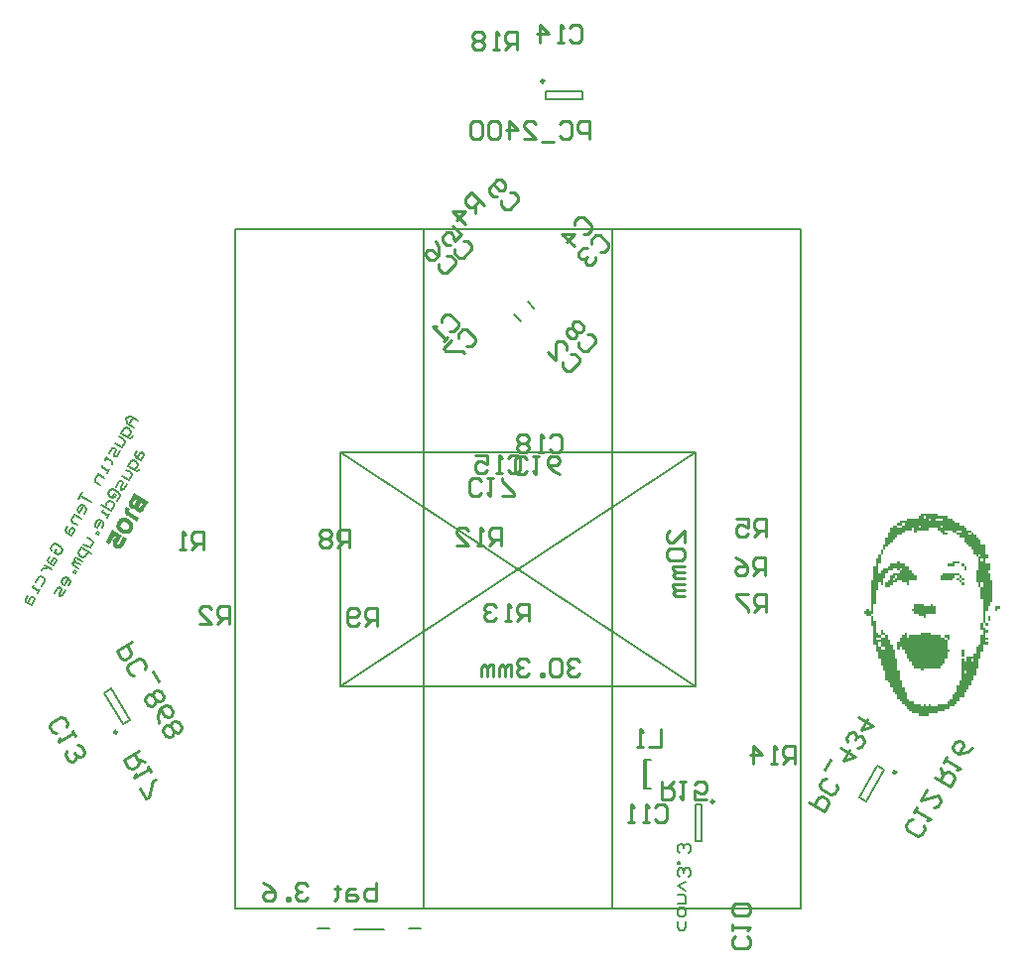
<source format=gbo>
%FSLAX44Y44*%
%MOMM*%
G71*
G01*
G75*
G04 Layer_Color=32896*
%ADD10C,0.2540*%
%ADD11R,2.0320X2.0320*%
%ADD12R,5.5000X1.5000*%
G04:AMPARAMS|DCode=13|XSize=0.24mm|YSize=1.8mm|CornerRadius=0mm|HoleSize=0mm|Usage=FLASHONLY|Rotation=315.000|XOffset=0mm|YOffset=0mm|HoleType=Round|Shape=Round|*
%AMOVALD13*
21,1,1.5600,0.2400,0.0000,0.0000,45.0*
1,1,0.2400,-0.5515,-0.5515*
1,1,0.2400,0.5515,0.5515*
%
%ADD13OVALD13*%

G04:AMPARAMS|DCode=14|XSize=0.24mm|YSize=1.8mm|CornerRadius=0mm|HoleSize=0mm|Usage=FLASHONLY|Rotation=225.000|XOffset=0mm|YOffset=0mm|HoleType=Round|Shape=Round|*
%AMOVALD14*
21,1,1.5600,0.2400,0.0000,0.0000,315.0*
1,1,0.2400,-0.5515,0.5515*
1,1,0.2400,0.5515,-0.5515*
%
%ADD14OVALD14*%

%ADD15R,0.8000X0.9000*%
%ADD16P,2.8737X4X285.0*%
%ADD17P,2.8737X4X345.0*%
%ADD18C,0.4000*%
%ADD19C,0.2000*%
%ADD20C,0.7000*%
%ADD21C,0.5000*%
%ADD22C,0.3000*%
%ADD23C,1.2000*%
G04:AMPARAMS|DCode=24|XSize=1.9mm|YSize=1.1mm|CornerRadius=0mm|HoleSize=0mm|Usage=FLASHONLY|Rotation=90.000|XOffset=0mm|YOffset=0mm|HoleType=Round|Shape=Octagon|*
%AMOCTAGOND24*
4,1,8,0.2750,0.9500,-0.2750,0.9500,-0.5500,0.6750,-0.5500,-0.6750,-0.2750,-0.9500,0.2750,-0.9500,0.5500,-0.6750,0.5500,0.6750,0.2750,0.9500,0.0*
%
%ADD24OCTAGOND24*%

%ADD25O,1.1500X1.2500*%
%ADD26C,1.3000*%
%ADD27C,1.5000*%
%ADD28C,1.7000*%
%ADD29C,4.8260*%
%ADD30C,1.5240*%
%ADD31R,1.5240X1.5240*%
%ADD32R,1.5000X1.5000*%
%ADD33C,0.8000*%
%ADD34C,1.2700*%
%ADD35C,3.8000*%
%ADD36C,3.3020*%
G04:AMPARAMS|DCode=37|XSize=0.9mm|YSize=0.8mm|CornerRadius=0mm|HoleSize=0mm|Usage=FLASHONLY|Rotation=45.000|XOffset=0mm|YOffset=0mm|HoleType=Round|Shape=Rectangle|*
%AMROTATEDRECTD37*
4,1,4,-0.0354,-0.6010,-0.6010,-0.0354,0.0354,0.6010,0.6010,0.0354,-0.0354,-0.6010,0.0*
%
%ADD37ROTATEDRECTD37*%

G04:AMPARAMS|DCode=38|XSize=0.9mm|YSize=0.8mm|CornerRadius=0mm|HoleSize=0mm|Usage=FLASHONLY|Rotation=315.000|XOffset=0mm|YOffset=0mm|HoleType=Round|Shape=Rectangle|*
%AMROTATEDRECTD38*
4,1,4,-0.6010,0.0354,-0.0354,0.6010,0.6010,-0.0354,0.0354,-0.6010,-0.6010,0.0354,0.0*
%
%ADD38ROTATEDRECTD38*%

G04:AMPARAMS|DCode=39|XSize=1.8mm|YSize=1.3mm|CornerRadius=0mm|HoleSize=0mm|Usage=FLASHONLY|Rotation=45.000|XOffset=0mm|YOffset=0mm|HoleType=Round|Shape=Rectangle|*
%AMROTATEDRECTD39*
4,1,4,-0.1768,-1.0960,-1.0960,-0.1768,0.1768,1.0960,1.0960,0.1768,-0.1768,-1.0960,0.0*
%
%ADD39ROTATEDRECTD39*%

G04:AMPARAMS|DCode=40|XSize=0.65mm|YSize=0.9mm|CornerRadius=0mm|HoleSize=0mm|Usage=FLASHONLY|Rotation=60.000|XOffset=0mm|YOffset=0mm|HoleType=Round|Shape=Rectangle|*
%AMROTATEDRECTD40*
4,1,4,0.2272,-0.5065,-0.5522,-0.0565,-0.2272,0.5065,0.5522,0.0565,0.2272,-0.5065,0.0*
%
%ADD40ROTATEDRECTD40*%

%ADD41R,1.6000X2.7000*%
%ADD42R,0.9000X0.8000*%
%ADD43R,1.1000X0.6500*%
G04:AMPARAMS|DCode=44|XSize=0.9mm|YSize=0.8mm|CornerRadius=0mm|HoleSize=0mm|Usage=FLASHONLY|Rotation=210.000|XOffset=0mm|YOffset=0mm|HoleType=Round|Shape=Rectangle|*
%AMROTATEDRECTD44*
4,1,4,0.1897,0.5714,0.5897,-0.1214,-0.1897,-0.5714,-0.5897,0.1214,0.1897,0.5714,0.0*
%
%ADD44ROTATEDRECTD44*%

G04:AMPARAMS|DCode=45|XSize=0.9mm|YSize=0.8mm|CornerRadius=0mm|HoleSize=0mm|Usage=FLASHONLY|Rotation=330.000|XOffset=0mm|YOffset=0mm|HoleType=Round|Shape=Rectangle|*
%AMROTATEDRECTD45*
4,1,4,-0.5897,-0.1214,-0.1897,0.5714,0.5897,0.1214,0.1897,-0.5714,-0.5897,-0.1214,0.0*
%
%ADD45ROTATEDRECTD45*%

%ADD46R,0.6500X0.9000*%
G04:AMPARAMS|DCode=47|XSize=0.65mm|YSize=0.9mm|CornerRadius=0mm|HoleSize=0mm|Usage=FLASHONLY|Rotation=300.000|XOffset=0mm|YOffset=0mm|HoleType=Round|Shape=Rectangle|*
%AMROTATEDRECTD47*
4,1,4,-0.5522,0.0565,0.2272,0.5065,0.5522,-0.0565,-0.2272,-0.5065,-0.5522,0.0565,0.0*
%
%ADD47ROTATEDRECTD47*%

%ADD48R,0.4000X1.5500*%
%ADD49R,2.9000X1.9000*%
G04:AMPARAMS|DCode=50|XSize=0.9mm|YSize=0.8mm|CornerRadius=0mm|HoleSize=0mm|Usage=FLASHONLY|Rotation=120.000|XOffset=0mm|YOffset=0mm|HoleType=Round|Shape=Rectangle|*
%AMROTATEDRECTD50*
4,1,4,0.5714,-0.1897,-0.1214,-0.5897,-0.5714,0.1897,0.1214,0.5897,0.5714,-0.1897,0.0*
%
%ADD50ROTATEDRECTD50*%

G04:AMPARAMS|DCode=51|XSize=0.9mm|YSize=0.8mm|CornerRadius=0mm|HoleSize=0mm|Usage=FLASHONLY|Rotation=240.000|XOffset=0mm|YOffset=0mm|HoleType=Round|Shape=Rectangle|*
%AMROTATEDRECTD51*
4,1,4,-0.1214,0.5897,0.5714,0.1897,0.1214,-0.5897,-0.5714,-0.1897,-0.1214,0.5897,0.0*
%
%ADD51ROTATEDRECTD51*%

%ADD52C,0.9000*%
%ADD53R,0.1200X0.2200*%
%ADD54C,0.2500*%
%ADD55C,0.6000*%
%ADD56C,0.2032*%
%ADD57C,0.1500*%
%ADD58C,0.1200*%
%ADD59C,0.1000*%
%ADD60C,0.1300*%
%ADD61C,0.1100*%
%ADD62R,2.1336X2.1336*%
%ADD63R,5.7032X1.7032*%
G04:AMPARAMS|DCode=64|XSize=0.4432mm|YSize=2.0032mm|CornerRadius=0mm|HoleSize=0mm|Usage=FLASHONLY|Rotation=315.000|XOffset=0mm|YOffset=0mm|HoleType=Round|Shape=Round|*
%AMOVALD64*
21,1,1.5600,0.4432,0.0000,0.0000,45.0*
1,1,0.4432,-0.5515,-0.5515*
1,1,0.4432,0.5515,0.5515*
%
%ADD64OVALD64*%

G04:AMPARAMS|DCode=65|XSize=0.4432mm|YSize=2.0032mm|CornerRadius=0mm|HoleSize=0mm|Usage=FLASHONLY|Rotation=225.000|XOffset=0mm|YOffset=0mm|HoleType=Round|Shape=Round|*
%AMOVALD65*
21,1,1.5600,0.4432,0.0000,0.0000,315.0*
1,1,0.4432,-0.5515,0.5515*
1,1,0.4432,0.5515,-0.5515*
%
%ADD65OVALD65*%

%ADD66R,1.0032X1.1032*%
%ADD67P,3.0174X4X285.0*%
%ADD68P,3.0174X4X345.0*%
%ADD69C,1.4032*%
G04:AMPARAMS|DCode=70|XSize=2.1032mm|YSize=1.3032mm|CornerRadius=0mm|HoleSize=0mm|Usage=FLASHONLY|Rotation=90.000|XOffset=0mm|YOffset=0mm|HoleType=Round|Shape=Octagon|*
%AMOCTAGOND70*
4,1,8,0.3258,1.0516,-0.3258,1.0516,-0.6516,0.7258,-0.6516,-0.7258,-0.3258,-1.0516,0.3258,-1.0516,0.6516,-0.7258,0.6516,0.7258,0.3258,1.0516,0.0*
%
%ADD70OCTAGOND70*%

%ADD71O,1.3532X1.4532*%
%ADD72C,1.5032*%
%ADD73C,1.7032*%
%ADD74C,1.9032*%
%ADD75C,5.0292*%
%ADD76C,1.7272*%
%ADD77R,1.7272X1.7272*%
%ADD78R,1.7032X1.7032*%
%ADD79C,1.0032*%
%ADD80C,1.4732*%
%ADD81C,4.0032*%
%ADD82C,3.5052*%
G04:AMPARAMS|DCode=83|XSize=1.1032mm|YSize=1.0032mm|CornerRadius=0mm|HoleSize=0mm|Usage=FLASHONLY|Rotation=45.000|XOffset=0mm|YOffset=0mm|HoleType=Round|Shape=Rectangle|*
%AMROTATEDRECTD83*
4,1,4,-0.0354,-0.7447,-0.7447,-0.0354,0.0354,0.7447,0.7447,0.0354,-0.0354,-0.7447,0.0*
%
%ADD83ROTATEDRECTD83*%

G04:AMPARAMS|DCode=84|XSize=1.1032mm|YSize=1.0032mm|CornerRadius=0mm|HoleSize=0mm|Usage=FLASHONLY|Rotation=315.000|XOffset=0mm|YOffset=0mm|HoleType=Round|Shape=Rectangle|*
%AMROTATEDRECTD84*
4,1,4,-0.7447,0.0354,-0.0354,0.7447,0.7447,-0.0354,0.0354,-0.7447,-0.7447,0.0354,0.0*
%
%ADD84ROTATEDRECTD84*%

G04:AMPARAMS|DCode=85|XSize=2.0032mm|YSize=1.5032mm|CornerRadius=0mm|HoleSize=0mm|Usage=FLASHONLY|Rotation=45.000|XOffset=0mm|YOffset=0mm|HoleType=Round|Shape=Rectangle|*
%AMROTATEDRECTD85*
4,1,4,-0.1768,-1.2397,-1.2397,-0.1768,0.1768,1.2397,1.2397,0.1768,-0.1768,-1.2397,0.0*
%
%ADD85ROTATEDRECTD85*%

G04:AMPARAMS|DCode=86|XSize=0.8532mm|YSize=1.1032mm|CornerRadius=0mm|HoleSize=0mm|Usage=FLASHONLY|Rotation=60.000|XOffset=0mm|YOffset=0mm|HoleType=Round|Shape=Rectangle|*
%AMROTATEDRECTD86*
4,1,4,0.2644,-0.6452,-0.6910,-0.0937,-0.2644,0.6452,0.6910,0.0937,0.2644,-0.6452,0.0*
%
%ADD86ROTATEDRECTD86*%

%ADD87R,1.8032X2.9032*%
%ADD88R,1.1032X1.0032*%
%ADD89R,1.3032X0.8532*%
G04:AMPARAMS|DCode=90|XSize=1.1032mm|YSize=1.0032mm|CornerRadius=0mm|HoleSize=0mm|Usage=FLASHONLY|Rotation=210.000|XOffset=0mm|YOffset=0mm|HoleType=Round|Shape=Rectangle|*
%AMROTATEDRECTD90*
4,1,4,0.2269,0.7102,0.7285,-0.1586,-0.2269,-0.7102,-0.7285,0.1586,0.2269,0.7102,0.0*
%
%ADD90ROTATEDRECTD90*%

G04:AMPARAMS|DCode=91|XSize=1.1032mm|YSize=1.0032mm|CornerRadius=0mm|HoleSize=0mm|Usage=FLASHONLY|Rotation=330.000|XOffset=0mm|YOffset=0mm|HoleType=Round|Shape=Rectangle|*
%AMROTATEDRECTD91*
4,1,4,-0.7285,-0.1586,-0.2269,0.7102,0.7285,0.1586,0.2269,-0.7102,-0.7285,-0.1586,0.0*
%
%ADD91ROTATEDRECTD91*%

%ADD92R,0.8532X1.1032*%
G04:AMPARAMS|DCode=93|XSize=0.8532mm|YSize=1.1032mm|CornerRadius=0mm|HoleSize=0mm|Usage=FLASHONLY|Rotation=300.000|XOffset=0mm|YOffset=0mm|HoleType=Round|Shape=Rectangle|*
%AMROTATEDRECTD93*
4,1,4,-0.6910,0.0937,0.2644,0.6452,0.6910,-0.0937,-0.2644,-0.6452,-0.6910,0.0937,0.0*
%
%ADD93ROTATEDRECTD93*%

%ADD94R,0.6032X1.7532*%
%ADD95R,3.1032X2.1032*%
G04:AMPARAMS|DCode=96|XSize=1.1032mm|YSize=1.0032mm|CornerRadius=0mm|HoleSize=0mm|Usage=FLASHONLY|Rotation=120.000|XOffset=0mm|YOffset=0mm|HoleType=Round|Shape=Rectangle|*
%AMROTATEDRECTD96*
4,1,4,0.7102,-0.2269,-0.1586,-0.7285,-0.7102,0.2269,0.1586,0.7285,0.7102,-0.2269,0.0*
%
%ADD96ROTATEDRECTD96*%

G04:AMPARAMS|DCode=97|XSize=1.1032mm|YSize=1.0032mm|CornerRadius=0mm|HoleSize=0mm|Usage=FLASHONLY|Rotation=240.000|XOffset=0mm|YOffset=0mm|HoleType=Round|Shape=Rectangle|*
%AMROTATEDRECTD97*
4,1,4,-0.1586,0.7285,0.7102,0.2269,0.1586,-0.7285,-0.7102,-0.2269,-0.1586,0.7285,0.0*
%
%ADD97ROTATEDRECTD97*%

G36*
X354216Y279932D02*
X356248D01*
Y273836D01*
X348120D01*
Y269772D01*
X346088D01*
Y271804D01*
X342024D01*
Y273836D01*
X337960D01*
Y275868D01*
X335928D01*
Y277900D01*
X337960D01*
Y281964D01*
X346088D01*
Y279932D01*
X352184D01*
Y281964D01*
X354216D01*
Y279932D01*
D02*
G37*
G36*
X411112Y277900D02*
X409080D01*
Y275868D01*
X407048D01*
Y279932D01*
X411112D01*
Y277900D01*
D02*
G37*
G36*
X402984Y267740D02*
X400952D01*
Y271804D01*
X402984D01*
Y267740D01*
D02*
G37*
G36*
X376568Y306348D02*
X378600D01*
Y304316D01*
X380632D01*
Y302284D01*
X378600D01*
Y304316D01*
X376568D01*
Y306348D01*
X372504D01*
Y304316D01*
X370472D01*
Y302284D01*
X360312D01*
Y306348D01*
X362344D01*
Y308380D01*
X376568D01*
Y306348D01*
D02*
G37*
G36*
Y302284D02*
X378600D01*
Y300252D01*
X380632D01*
Y298220D01*
X378600D01*
Y300252D01*
X376568D01*
Y302284D01*
X374536D01*
Y304316D01*
X376568D01*
Y302284D01*
D02*
G37*
G36*
X309512Y316508D02*
X307480D01*
Y308380D01*
X309512D01*
Y310412D01*
X311544D01*
Y312444D01*
X315608D01*
Y314476D01*
X317640D01*
Y316508D01*
X323736D01*
Y318540D01*
X325768D01*
Y316508D01*
X329832D01*
Y314476D01*
X333896D01*
Y310412D01*
X335928D01*
Y308380D01*
X337960D01*
Y306348D01*
X339992D01*
Y302284D01*
X333896D01*
Y298220D01*
X331864D01*
Y300252D01*
X327800D01*
Y302284D01*
X323736D01*
Y300252D01*
X319672D01*
Y298220D01*
X317640D01*
Y296188D01*
X313576D01*
Y300252D01*
X315608D01*
Y302284D01*
X317640D01*
Y306348D01*
X319672D01*
Y308380D01*
X325768D01*
Y310412D01*
X323736D01*
Y312444D01*
X319672D01*
Y310412D01*
X315608D01*
Y308380D01*
X313576D01*
Y304316D01*
X311544D01*
Y298220D01*
X309512D01*
Y300252D01*
X307480D01*
Y294156D01*
X305448D01*
Y281964D01*
X303416D01*
Y273836D01*
X301384D01*
Y271804D01*
X303416D01*
Y267740D01*
X305448D01*
Y257580D01*
X307480D01*
Y255548D01*
X309512D01*
Y253516D01*
X313576D01*
Y255548D01*
X309512D01*
Y259612D01*
X311544D01*
Y257580D01*
X313576D01*
Y255548D01*
X315608D01*
Y251484D01*
X317640D01*
Y247420D01*
X319672D01*
Y243356D01*
X321704D01*
Y235228D01*
X323736D01*
Y225068D01*
X325768D01*
Y216940D01*
X327800D01*
Y210844D01*
X329832D01*
Y206780D01*
X331864D01*
Y200684D01*
X333896D01*
Y198652D01*
X337960D01*
Y196620D01*
X344056D01*
Y194588D01*
X346088D01*
Y196620D01*
X348120D01*
Y194588D01*
X350152D01*
Y196620D01*
X352184D01*
Y194588D01*
X358280D01*
Y196620D01*
X366408D01*
Y198652D01*
X368440D01*
Y200684D01*
X370472D01*
Y204748D01*
X372504D01*
Y206780D01*
X374536D01*
Y212876D01*
X376568D01*
Y216940D01*
X378600D01*
Y235228D01*
X380632D01*
Y233196D01*
X382664D01*
Y237260D01*
X388760D01*
Y239292D01*
X390792D01*
Y245388D01*
X392824D01*
Y247420D01*
X394856D01*
Y255548D01*
X396888D01*
Y259612D01*
X394856D01*
Y265708D01*
X396888D01*
Y261644D01*
X398920D01*
Y259612D01*
X400952D01*
Y257580D01*
X398920D01*
Y253516D01*
X400952D01*
Y251484D01*
X398920D01*
Y249452D01*
X400952D01*
Y247420D01*
X396888D01*
Y241324D01*
X394856D01*
Y235228D01*
X392824D01*
Y227100D01*
X390792D01*
Y221004D01*
X388760D01*
Y216940D01*
X386728D01*
Y212876D01*
X384696D01*
Y208812D01*
X382664D01*
Y206780D01*
X380632D01*
Y202716D01*
X376568D01*
Y198652D01*
X374536D01*
Y196620D01*
X372504D01*
Y194588D01*
X368440D01*
Y192556D01*
X364376D01*
Y190524D01*
X358280D01*
Y188492D01*
X350152D01*
Y186460D01*
X342024D01*
Y188492D01*
X335928D01*
Y190524D01*
X333896D01*
Y192556D01*
X331864D01*
Y194588D01*
X329832D01*
Y196620D01*
X327800D01*
Y198652D01*
X325768D01*
Y200684D01*
X323736D01*
Y204748D01*
X321704D01*
Y206780D01*
X319672D01*
Y210844D01*
X317640D01*
Y214908D01*
X315608D01*
Y216940D01*
X313576D01*
Y225068D01*
X311544D01*
Y229132D01*
X309512D01*
Y235228D01*
X307480D01*
Y241324D01*
X305448D01*
Y247420D01*
X303416D01*
Y263676D01*
X301384D01*
Y271804D01*
X297320D01*
Y273836D01*
X295288D01*
Y275868D01*
X297320D01*
Y277900D01*
X299352D01*
Y275868D01*
X301384D01*
Y302284D01*
X303416D01*
Y314476D01*
X305448D01*
Y320572D01*
X307480D01*
Y324636D01*
X309512D01*
Y316508D01*
D02*
G37*
G36*
X352184Y255548D02*
X360312D01*
Y253516D01*
X364376D01*
Y251484D01*
X366408D01*
Y243356D01*
X368440D01*
Y241324D01*
X366408D01*
Y235228D01*
X364376D01*
Y231164D01*
X362344D01*
Y229132D01*
X360312D01*
Y227100D01*
X346088D01*
Y225068D01*
X344056D01*
Y227100D01*
X337960D01*
Y229132D01*
X335928D01*
Y233196D01*
X333896D01*
Y235228D01*
X331864D01*
Y239292D01*
X329832D01*
Y243356D01*
X327800D01*
Y245388D01*
X325768D01*
Y243356D01*
X323736D01*
Y249452D01*
X325768D01*
Y253516D01*
X327800D01*
Y255548D01*
X329832D01*
Y257580D01*
X331864D01*
Y253516D01*
X333896D01*
Y255548D01*
X344056D01*
Y257580D01*
X352184D01*
Y255548D01*
D02*
G37*
G36*
X-331253Y363049D02*
X-331415Y362720D01*
X-331552Y362433D01*
X-331656Y362155D01*
X-331715Y361907D01*
X-331749Y361701D01*
X-331780Y361550D01*
X-331808Y361453D01*
X-331799Y361420D01*
X-331782Y361156D01*
X-331741Y360935D01*
X-331654Y360744D01*
X-331554Y360574D01*
X-331452Y360458D01*
X-331358Y360376D01*
X-331274Y360327D01*
X-331253Y360315D01*
X-323135Y355629D01*
X-325003Y352394D01*
X-333099Y357069D01*
X-333489Y357322D01*
X-333823Y357572D01*
X-334113Y357851D01*
X-334339Y358095D01*
X-334523Y358313D01*
X-334643Y358496D01*
X-334724Y358599D01*
X-334754Y358644D01*
X-334940Y359006D01*
X-335105Y359355D01*
X-335216Y359700D01*
X-335296Y360000D01*
X-335368Y360267D01*
X-335400Y360455D01*
X-335436Y360588D01*
X-335433Y360643D01*
X-335485Y361040D01*
X-335484Y361433D01*
X-335461Y361814D01*
X-335420Y362129D01*
X-335370Y362411D01*
X-335357Y362629D01*
X-335305Y362767D01*
X-335314Y362801D01*
X-335302Y362822D01*
X-335200Y363242D01*
X-335068Y363617D01*
X-334936Y363992D01*
X-334799Y364279D01*
X-334673Y364545D01*
X-334585Y364748D01*
X-334511Y364874D01*
X-334499Y364895D01*
X-334487Y364917D01*
X-331253Y363049D01*
D02*
G37*
G36*
X-335766Y355818D02*
X-335300Y355746D01*
X-334846Y355654D01*
X-334417Y355518D01*
X-333988Y355383D01*
X-333613Y355252D01*
X-333238Y355120D01*
X-332930Y354970D01*
X-332652Y354866D01*
X-332440Y354744D01*
X-332259Y354667D01*
X-332174Y354618D01*
X-332132Y354594D01*
X-332069Y354557D01*
X-331510Y354207D01*
X-331006Y353859D01*
X-330569Y353494D01*
X-330165Y353120D01*
X-329794Y352737D01*
X-329478Y352357D01*
X-329216Y351980D01*
X-328979Y351561D01*
X-328793Y351200D01*
X-328631Y350797D01*
X-328490Y350406D01*
X-328404Y350018D01*
X-328339Y349642D01*
X-328308Y349257D01*
X-328275Y348534D01*
X-328326Y347859D01*
X-328441Y347220D01*
X-328574Y346649D01*
X-328745Y346156D01*
X-328890Y345760D01*
X-328954Y345600D01*
X-329027Y345473D01*
X-329067Y345355D01*
X-329116Y345271D01*
X-329140Y345228D01*
X-329152Y345207D01*
X-329226Y345080D01*
X-329552Y344564D01*
X-329875Y344102D01*
X-330228Y343686D01*
X-330599Y343336D01*
X-330957Y343008D01*
X-331334Y342746D01*
X-331720Y342518D01*
X-332114Y342323D01*
X-332518Y342161D01*
X-332909Y342021D01*
X-333318Y341947D01*
X-333706Y341861D01*
X-334496Y341810D01*
X-335259Y341855D01*
X-335964Y341952D01*
X-336645Y342092D01*
X-337246Y342270D01*
X-337760Y342454D01*
X-337984Y342555D01*
X-338186Y342644D01*
X-338367Y342720D01*
X-338507Y342772D01*
X-338633Y342845D01*
X-338718Y342894D01*
X-338760Y342919D01*
X-338781Y342931D01*
X-338845Y342967D01*
X-339403Y343318D01*
X-339907Y343666D01*
X-340345Y344031D01*
X-340749Y344405D01*
X-341107Y344809D01*
X-341423Y345189D01*
X-341685Y345566D01*
X-341935Y345963D01*
X-342109Y346346D01*
X-342270Y346749D01*
X-342411Y347140D01*
X-342497Y347528D01*
X-342562Y347904D01*
X-342615Y348301D01*
X-342627Y349012D01*
X-342563Y349708D01*
X-342460Y350326D01*
X-342327Y350897D01*
X-342156Y351390D01*
X-342012Y351786D01*
X-341947Y351946D01*
X-341874Y352073D01*
X-341834Y352191D01*
X-341786Y352275D01*
X-341761Y352318D01*
X-341749Y352339D01*
X-341700Y352423D01*
X-341386Y352919D01*
X-341075Y353359D01*
X-340734Y353754D01*
X-340385Y354116D01*
X-340059Y354436D01*
X-339716Y354688D01*
X-339406Y354932D01*
X-339087Y355143D01*
X-338793Y355311D01*
X-338523Y355437D01*
X-338265Y355542D01*
X-338074Y355629D01*
X-337895Y355694D01*
X-337761Y355730D01*
X-337695Y355748D01*
X-337662Y355757D01*
X-337198Y355827D01*
X-336726Y355865D01*
X-336244Y355869D01*
X-335766Y355818D01*
D02*
G37*
G36*
X-338059Y340569D02*
X-341879Y333952D01*
X-341947Y333738D01*
X-341957Y333574D01*
X-341954Y333432D01*
X-341924Y333386D01*
X-341816Y333183D01*
X-341671Y333043D01*
X-341557Y332949D01*
X-341535Y332937D01*
X-341514Y332924D01*
X-341312Y332836D01*
X-341127Y332814D01*
X-340985Y332816D01*
X-340952Y332825D01*
X-340931Y332813D01*
X-340809Y332827D01*
X-340718Y332888D01*
X-340560Y332966D01*
X-340466Y333080D01*
X-340454Y333101D01*
X-340442Y333122D01*
X-336622Y339739D01*
X-333387Y337872D01*
X-337207Y331255D01*
X-337412Y330950D01*
X-337592Y330688D01*
X-337792Y330437D01*
X-337990Y330241D01*
X-338163Y330088D01*
X-338291Y329964D01*
X-338361Y329892D01*
X-338406Y329862D01*
X-338680Y329681D01*
X-338941Y329522D01*
X-339211Y329396D01*
X-339448Y329279D01*
X-339639Y329192D01*
X-339805Y329147D01*
X-339906Y329121D01*
X-339939Y329112D01*
X-340260Y329044D01*
X-340557Y329018D01*
X-340841Y329013D01*
X-341126Y329008D01*
X-341344Y329021D01*
X-341507Y329031D01*
X-341625Y329071D01*
X-341659Y329062D01*
X-341982Y329136D01*
X-342306Y329210D01*
X-342584Y329314D01*
X-342850Y329440D01*
X-343074Y329540D01*
X-343234Y329605D01*
X-343339Y329666D01*
X-343382Y329690D01*
X-343720Y329885D01*
X-343992Y330099D01*
X-344501Y330534D01*
X-344890Y330984D01*
X-345215Y331397D01*
X-345335Y331579D01*
X-345434Y331749D01*
X-345533Y331919D01*
X-345590Y332065D01*
X-345638Y332177D01*
X-345677Y332256D01*
X-345686Y332289D01*
X-345695Y332322D01*
X-345776Y332622D01*
X-345823Y332932D01*
X-345836Y333250D01*
X-345829Y333555D01*
X-345751Y334130D01*
X-345609Y334669D01*
X-345428Y335128D01*
X-345340Y335330D01*
X-345275Y335490D01*
X-345223Y335630D01*
X-345162Y335735D01*
X-345126Y335799D01*
X-345113Y335820D01*
X-343173Y339181D01*
X-344568Y339986D01*
X-348486Y333201D01*
X-351720Y335068D01*
X-345923Y345109D01*
X-338059Y340569D01*
D02*
G37*
G36*
X368440Y251484D02*
X366408D01*
Y253516D01*
X364376D01*
Y255548D01*
X368440D01*
Y251484D01*
D02*
G37*
G36*
X380632Y237260D02*
X378600D01*
Y243356D01*
X380632D01*
Y237260D01*
D02*
G37*
G36*
X-315300Y369200D02*
X-318913Y362943D01*
X-319166Y362553D01*
X-319406Y362185D01*
X-319665Y361884D01*
X-319887Y361645D01*
X-320064Y361437D01*
X-320225Y361305D01*
X-320307Y361211D01*
X-320353Y361181D01*
X-320650Y360958D01*
X-320924Y360778D01*
X-321194Y360652D01*
X-321430Y360535D01*
X-321642Y360460D01*
X-321788Y360403D01*
X-321888Y360377D01*
X-321921Y360368D01*
X-322230Y360321D01*
X-322506Y360282D01*
X-322770Y360265D01*
X-323021Y360270D01*
X-323205Y360292D01*
X-323369Y360301D01*
X-323478Y360308D01*
X-323499Y360320D01*
X-323801Y360382D01*
X-324058Y360474D01*
X-324294Y360554D01*
X-324509Y360621D01*
X-324678Y360719D01*
X-324817Y360771D01*
X-324902Y360820D01*
X-324923Y360832D01*
X-325143Y360988D01*
X-325363Y361143D01*
X-325436Y361213D01*
X-325499Y361249D01*
X-325529Y361295D01*
X-325550Y361307D01*
X-325776Y361550D01*
X-325960Y361769D01*
X-326041Y361872D01*
X-326093Y361930D01*
X-326110Y361997D01*
X-326132Y362009D01*
X-326321Y362316D01*
X-326480Y362577D01*
X-326528Y362689D01*
X-326555Y362789D01*
X-326585Y362835D01*
X-326594Y362868D01*
X-326705Y363214D01*
X-326773Y363535D01*
X-326775Y363677D01*
X-326802Y363777D01*
X-326799Y363832D01*
X-326808Y363865D01*
X-327144Y363721D01*
X-327457Y363620D01*
X-327590Y363584D01*
X-327690Y363557D01*
X-327723Y363548D01*
X-327757Y363539D01*
X-328120Y363495D01*
X-328426Y363503D01*
X-328535Y363509D01*
X-328623Y363504D01*
X-328677Y363507D01*
X-328698Y363519D01*
X-329013Y363560D01*
X-329282Y363631D01*
X-329379Y363659D01*
X-329442Y363695D01*
X-329497Y363698D01*
X-329518Y363711D01*
X-329796Y363815D01*
X-330020Y363916D01*
X-330104Y363965D01*
X-330168Y364001D01*
X-330189Y364013D01*
X-330210Y364026D01*
X-330494Y364218D01*
X-330777Y364410D01*
X-330994Y364619D01*
X-331181Y364784D01*
X-331335Y364957D01*
X-331425Y365094D01*
X-331519Y365176D01*
X-331528Y365209D01*
X-331687Y365470D01*
X-331846Y365731D01*
X-331963Y365968D01*
X-332047Y366214D01*
X-332113Y366393D01*
X-332136Y366547D01*
X-332163Y366647D01*
X-332172Y366680D01*
X-332219Y366990D01*
X-332245Y367286D01*
X-332229Y367559D01*
X-332212Y367831D01*
X-332199Y368049D01*
X-332177Y368234D01*
X-332150Y368330D01*
X-332146Y368385D01*
X-332072Y368708D01*
X-331965Y369041D01*
X-331848Y369340D01*
X-331744Y369618D01*
X-331610Y369851D01*
X-331534Y370032D01*
X-331473Y370138D01*
X-331460Y370159D01*
X-331448Y370180D01*
X-327836Y376437D01*
X-315300Y369200D01*
D02*
G37*
G36*
X380632Y314476D02*
X382664D01*
Y310412D01*
X380632D01*
Y314476D01*
X378600D01*
Y316508D01*
X380632D01*
Y314476D01*
D02*
G37*
G36*
X358280Y357148D02*
X366408D01*
Y355116D01*
X370472D01*
Y353084D01*
X372504D01*
Y351052D01*
X376568D01*
Y349020D01*
X380632D01*
Y346988D01*
X382664D01*
Y344956D01*
X386728D01*
Y342924D01*
X388760D01*
Y340892D01*
X390792D01*
Y338860D01*
X392824D01*
Y336828D01*
X394856D01*
Y332764D01*
X398920D01*
Y324636D01*
X400952D01*
Y320572D01*
X398920D01*
Y316508D01*
X402984D01*
Y310412D01*
X400952D01*
Y308380D01*
X402984D01*
Y302284D01*
X405016D01*
Y283996D01*
X402984D01*
Y279932D01*
X400952D01*
Y275868D01*
X398920D01*
Y265708D01*
X400952D01*
Y263676D01*
X398920D01*
Y265708D01*
X396888D01*
Y286028D01*
X394856D01*
Y296188D01*
X392824D01*
Y300252D01*
X390792D01*
Y310412D01*
X392824D01*
Y322604D01*
X390792D01*
Y324636D01*
X388760D01*
Y328700D01*
X386728D01*
Y330732D01*
X384696D01*
Y332764D01*
X382664D01*
Y334796D01*
X380632D01*
Y338860D01*
X376568D01*
Y340892D01*
X374536D01*
Y342924D01*
X370472D01*
Y344956D01*
X364376D01*
Y342924D01*
X366408D01*
Y340892D01*
X362344D01*
Y342924D01*
X360312D01*
Y344956D01*
X358280D01*
Y346988D01*
X350152D01*
Y344956D01*
X339992D01*
Y342924D01*
X337960D01*
Y346988D01*
X335928D01*
Y344956D01*
X329832D01*
Y342924D01*
X327800D01*
Y340892D01*
X323736D01*
Y338860D01*
X321704D01*
Y336828D01*
X319672D01*
Y334796D01*
X317640D01*
Y332764D01*
X315608D01*
Y330732D01*
X313576D01*
Y328700D01*
X311544D01*
Y332764D01*
X313576D01*
Y338860D01*
X315608D01*
Y342924D01*
X317640D01*
Y346988D01*
X319672D01*
Y349020D01*
X323736D01*
Y346988D01*
X327800D01*
Y349020D01*
X323736D01*
Y351052D01*
X325768D01*
Y353084D01*
X331864D01*
Y355116D01*
X342024D01*
Y357148D01*
X344056D01*
Y359180D01*
X358280D01*
Y357148D01*
D02*
G37*
G36*
X311544Y324636D02*
X309512D01*
Y328700D01*
X311544D01*
Y324636D01*
D02*
G37*
G36*
X376568Y316508D02*
X372504D01*
Y314476D01*
X366408D01*
Y316508D01*
X370472D01*
Y318540D01*
X376568D01*
Y316508D01*
D02*
G37*
%LPC*%
G36*
X-326469Y371336D02*
X-328385Y368017D01*
X-328452Y367802D01*
X-328474Y367618D01*
X-328460Y367496D01*
X-328442Y367430D01*
X-328334Y367226D01*
X-328222Y367078D01*
X-328129Y366996D01*
X-328108Y366983D01*
X-328087Y366971D01*
X-327863Y366870D01*
X-327657Y366836D01*
X-327524Y366872D01*
X-327469Y366868D01*
X-327278Y366955D01*
X-327129Y367067D01*
X-327035Y367181D01*
X-327011Y367224D01*
X-326998Y367245D01*
X-325094Y370542D01*
X-326469Y371336D01*
D02*
G37*
G36*
X362344Y349020D02*
X360312D01*
Y346988D01*
X362344D01*
Y349020D01*
D02*
G37*
G36*
X388760Y235228D02*
X386728D01*
Y233196D01*
X388760D01*
Y235228D01*
D02*
G37*
G36*
X382664Y225068D02*
X380632D01*
Y223036D01*
X382664D01*
Y225068D01*
D02*
G37*
G36*
X-336379Y352169D02*
X-336500Y352155D01*
X-336554Y352158D01*
X-336930Y352093D01*
X-337233Y351958D01*
X-337507Y351778D01*
X-337759Y351585D01*
X-337935Y351377D01*
X-338054Y351220D01*
X-338148Y351106D01*
X-338161Y351085D01*
X-338173Y351063D01*
X-338807Y349964D01*
X-338994Y349593D01*
X-339092Y349227D01*
X-339112Y348900D01*
X-339107Y348615D01*
X-339057Y348361D01*
X-339024Y348173D01*
X-338976Y348060D01*
X-338946Y348015D01*
X-338847Y347845D01*
X-338748Y347675D01*
X-338441Y347328D01*
X-338109Y347024D01*
X-337765Y346741D01*
X-337430Y346491D01*
X-337282Y346406D01*
X-337168Y346311D01*
X-337041Y346238D01*
X-336956Y346189D01*
X-336914Y346165D01*
X-336893Y346153D01*
X-336766Y346080D01*
X-336246Y345808D01*
X-335766Y345615D01*
X-335324Y345501D01*
X-334934Y345445D01*
X-334574Y345434D01*
X-334244Y345469D01*
X-333944Y345549D01*
X-333698Y345633D01*
X-333461Y345750D01*
X-333267Y345891D01*
X-333106Y346024D01*
X-332978Y346147D01*
X-332884Y346262D01*
X-332802Y346356D01*
X-332765Y346419D01*
X-332753Y346440D01*
X-332094Y347582D01*
X-331928Y347966D01*
X-331842Y348310D01*
X-331810Y348658D01*
X-331866Y349001D01*
X-331968Y349313D01*
X-332124Y349629D01*
X-332304Y349902D01*
X-332518Y350166D01*
X-332723Y350397D01*
X-332940Y350607D01*
X-333169Y350796D01*
X-333368Y350939D01*
X-333547Y351070D01*
X-333661Y351164D01*
X-333767Y351225D01*
X-333788Y351238D01*
X-333915Y351311D01*
X-334211Y351482D01*
X-334498Y351619D01*
X-335021Y351837D01*
X-335471Y351984D01*
X-335837Y352082D01*
X-336139Y352144D01*
X-336379Y352169D01*
D02*
G37*
G36*
X362344Y355116D02*
X356248D01*
Y353084D01*
X362344D01*
Y355116D01*
D02*
G37*
G36*
X348120Y357148D02*
X346088D01*
Y355116D01*
X348120D01*
Y357148D01*
D02*
G37*
G36*
X-321860Y368675D02*
X-323776Y365356D01*
X-323844Y365142D01*
X-323866Y364957D01*
X-323851Y364836D01*
X-323834Y364769D01*
X-323725Y364566D01*
X-323614Y364417D01*
X-323499Y364323D01*
X-323478Y364310D01*
X-323457Y364298D01*
X-323297Y364234D01*
X-323158Y364182D01*
X-323061Y364154D01*
X-323028Y364163D01*
X-322886Y364165D01*
X-322785Y364192D01*
X-322706Y364231D01*
X-322673Y364240D01*
X-322503Y364339D01*
X-322436Y364357D01*
X-322424Y364378D01*
X-322330Y364493D01*
X-322318Y364514D01*
X-322306Y364535D01*
X-320402Y367833D01*
X-321860Y368675D01*
D02*
G37*
G36*
X329832Y351052D02*
X327800D01*
Y349020D01*
X329832D01*
Y351052D01*
D02*
G37*
G36*
X352184Y355116D02*
X350152D01*
Y353084D01*
X352184D01*
Y355116D01*
D02*
G37*
G36*
X309512Y249452D02*
X307480D01*
Y247420D01*
Y245388D01*
X309512D01*
Y243356D01*
X313576D01*
Y245388D01*
X309512D01*
Y247420D01*
Y249452D01*
D02*
G37*
G36*
X396888Y320572D02*
X394856D01*
Y318540D01*
X396888D01*
Y320572D01*
D02*
G37*
G36*
X394856Y324636D02*
X392824D01*
Y322604D01*
X394856D01*
Y324636D01*
D02*
G37*
G36*
X321704Y304316D02*
X319672D01*
Y302284D01*
X321704D01*
Y304316D01*
D02*
G37*
G36*
X327800Y312444D02*
X325768D01*
Y310412D01*
X327800D01*
Y312444D01*
D02*
G37*
G36*
X323736Y306348D02*
X321704D01*
Y304316D01*
X323736D01*
Y306348D01*
D02*
G37*
G36*
X344056Y349020D02*
X342024D01*
Y346988D01*
X344056D01*
Y349020D01*
D02*
G37*
G36*
X309512Y253516D02*
X305448D01*
Y251484D01*
X309512D01*
Y253516D01*
D02*
G37*
G36*
X378600Y344956D02*
X374536D01*
Y342924D01*
X378600D01*
Y344956D01*
D02*
G37*
G36*
X396888Y300252D02*
X394856D01*
Y298220D01*
Y296188D01*
X396888D01*
Y298220D01*
Y300252D01*
D02*
G37*
G36*
X386728Y342924D02*
X384696D01*
Y340892D01*
X386728D01*
Y342924D01*
D02*
G37*
%LPD*%
D10*
X-121100Y43935D02*
Y28700D01*
X-128717D01*
X-131257Y31239D01*
Y33778D01*
Y36318D01*
X-128717Y38857D01*
X-121100D01*
X-138874D02*
X-143953D01*
X-146492Y36318D01*
Y28700D01*
X-138874D01*
X-136335Y31239D01*
X-138874Y33778D01*
X-146492D01*
X-154109Y41396D02*
Y38857D01*
X-151570D01*
X-156649D01*
X-154109D01*
Y31239D01*
X-156649Y28700D01*
X-179501Y41396D02*
X-182040Y43935D01*
X-187119D01*
X-189658Y41396D01*
Y38857D01*
X-187119Y36318D01*
X-184579D01*
X-187119D01*
X-189658Y33778D01*
Y31239D01*
X-187119Y28700D01*
X-182040D01*
X-179501Y31239D01*
X-194736Y28700D02*
Y31239D01*
X-197275D01*
Y28700D01*
X-194736D01*
X-217589Y43935D02*
X-212510Y41396D01*
X-207432Y36318D01*
Y31239D01*
X-209971Y28700D01*
X-215050D01*
X-217589Y31239D01*
Y33778D01*
X-215050Y36318D01*
X-207432D01*
X122700Y130600D02*
Y115365D01*
X130317D01*
X132857Y117904D01*
Y122983D01*
X130317Y125522D01*
X122700D01*
X127778D02*
X132857Y130600D01*
X137935D02*
X143013D01*
X140474D01*
Y115365D01*
X137935Y117904D01*
X160788Y115365D02*
X150631D01*
Y122983D01*
X155709Y120443D01*
X158249D01*
X160788Y122983D01*
Y128061D01*
X158249Y130600D01*
X153170D01*
X150631Y128061D01*
X-7005Y633459D02*
X-3414D01*
X177Y629868D01*
Y626277D01*
X-7005Y619095D01*
X-10596D01*
X-14186Y622686D01*
Y626277D01*
X-17777Y629868D02*
X-21368D01*
X-24959Y633459D01*
Y637050D01*
X-17777Y644232D01*
X-14186D01*
X-10596Y640641D01*
Y637050D01*
X-12391Y635255D01*
X-15982D01*
X-21368Y640641D01*
X61100Y679500D02*
Y694735D01*
X53482D01*
X50943Y692196D01*
Y687117D01*
X53482Y684578D01*
X61100D01*
X35708Y692196D02*
X38247Y694735D01*
X43326D01*
X45865Y692196D01*
Y682039D01*
X43326Y679500D01*
X38247D01*
X35708Y682039D01*
X30630Y676961D02*
X20473D01*
X5238Y679500D02*
X15395D01*
X5238Y689657D01*
Y692196D01*
X7777Y694735D01*
X12856D01*
X15395Y692196D01*
X-7458Y679500D02*
Y694735D01*
X160Y687117D01*
X-9997D01*
X-15075Y692196D02*
X-17615Y694735D01*
X-22693D01*
X-25232Y692196D01*
Y682039D01*
X-22693Y679500D01*
X-17615D01*
X-15075Y682039D01*
Y692196D01*
X-30310D02*
X-32850Y694735D01*
X-37928D01*
X-40467Y692196D01*
Y682039D01*
X-37928Y679500D01*
X-32850D01*
X-30310Y682039D01*
Y692196D01*
X-65459Y522295D02*
Y525886D01*
X-61868Y529477D01*
X-58277D01*
X-51095Y522295D01*
Y518705D01*
X-54686Y515114D01*
X-58277D01*
X-60073Y509727D02*
X-63664Y506136D01*
X-61868Y507932D01*
X-72641Y518705D01*
X-69050D01*
X44995Y495559D02*
X48586D01*
X52177Y491968D01*
Y488377D01*
X44995Y481195D01*
X41405D01*
X37814Y484786D01*
Y488377D01*
X25245Y497355D02*
X32427Y490173D01*
Y504537D01*
X34223Y506332D01*
X37814D01*
X41405Y502741D01*
Y499150D01*
X62841Y589395D02*
Y592986D01*
X66432Y596577D01*
X70023D01*
X77204Y589395D01*
Y585804D01*
X73614Y582214D01*
X70023D01*
X59250Y585804D02*
X55659D01*
X52068Y582214D01*
Y578623D01*
X53863Y576827D01*
X57454D01*
X59250Y578623D01*
X57454Y576827D01*
Y573236D01*
X59250Y571441D01*
X62841D01*
X66432Y575032D01*
Y578623D01*
X48441Y605196D02*
Y608786D01*
X52032Y612377D01*
X55623D01*
X62804Y605196D01*
Y601604D01*
X59214Y598014D01*
X55623D01*
X48441Y587241D02*
X37668Y598014D01*
X48441D01*
X41259Y590832D01*
X-46705Y592059D02*
X-43114D01*
X-39523Y588468D01*
Y584877D01*
X-46705Y577696D01*
X-50296D01*
X-53886Y581286D01*
Y584877D01*
X-55682Y604627D02*
X-48500Y597446D01*
X-53886Y592059D01*
X-55682Y597446D01*
X-57477Y599241D01*
X-61068D01*
X-64659Y595650D01*
Y592059D01*
X-61068Y588468D01*
X-57477D01*
X-60905Y579259D02*
X-57314D01*
X-53723Y575668D01*
Y572077D01*
X-60904Y564896D01*
X-64496D01*
X-68086Y568486D01*
Y572077D01*
X-69882Y591828D02*
X-68086Y586441D01*
Y579259D01*
X-71677Y575668D01*
X-75268D01*
X-78859Y579259D01*
Y582850D01*
X-77064Y584646D01*
X-73473D01*
X-68086Y579259D01*
X-50959Y509095D02*
Y512686D01*
X-47368Y516277D01*
X-43777D01*
X-36595Y509095D01*
Y505505D01*
X-40186Y501914D01*
X-43777D01*
X-56346Y507300D02*
X-63527Y500118D01*
X-61732Y498323D01*
X-47368Y498323D01*
X-45573Y496527D01*
X59095Y512359D02*
X62686D01*
X66277Y508768D01*
Y505177D01*
X59096Y497995D01*
X55504D01*
X51914Y501586D01*
Y505177D01*
X55504Y515950D02*
Y519541D01*
X51914Y523132D01*
X48323D01*
X46527Y521337D01*
Y517746D01*
X42936D01*
X41141Y515950D01*
Y512359D01*
X44732Y508768D01*
X48323D01*
X50118Y510564D01*
Y514155D01*
X53709D01*
X55504Y515950D01*
X50118Y514155D02*
X46527Y517746D01*
X116543Y108496D02*
X119082Y111035D01*
X124161D01*
X126700Y108496D01*
Y98339D01*
X124161Y95800D01*
X119082D01*
X116543Y98339D01*
X111465Y95800D02*
X106387D01*
X108926D01*
Y111035D01*
X111465Y108496D01*
X98769Y95800D02*
X93691D01*
X96230D01*
Y111035D01*
X98769Y108496D01*
X346173Y93048D02*
X347103Y89579D01*
X344563Y85182D01*
X341095Y84252D01*
X332299Y89330D01*
X331370Y92799D01*
X333909Y97197D01*
X337377Y98126D01*
X337718Y103794D02*
X340257Y108192D01*
X338987Y105993D01*
X352181Y98375D01*
X348713Y97446D01*
X349144Y123585D02*
X344066Y114789D01*
X357940Y118507D01*
X360139Y117237D01*
X361068Y113768D01*
X358529Y109370D01*
X355060Y108441D01*
X-393917Y171856D02*
X-397385Y172785D01*
X-399924Y177183D01*
X-398995Y180652D01*
X-390199Y185730D01*
X-386730Y184801D01*
X-384191Y180403D01*
X-385121Y176934D01*
X-380382Y173806D02*
X-377843Y169408D01*
X-379113Y171607D01*
X-392307Y163990D01*
X-391377Y167458D01*
X-385029Y156463D02*
X-385959Y152995D01*
X-383420Y148597D01*
X-379951Y147667D01*
X-377752Y148937D01*
X-376823Y152405D01*
X-378092Y154604D01*
X-376823Y152405D01*
X-373354Y151476D01*
X-371155Y152746D01*
X-370226Y156214D01*
X-372765Y160612D01*
X-376233Y161542D01*
X-8657Y406496D02*
X-6118Y409035D01*
X-1039D01*
X1500Y406496D01*
Y396339D01*
X-1039Y393800D01*
X-6118D01*
X-8657Y396339D01*
X-13735Y393800D02*
X-18813D01*
X-16274D01*
Y409035D01*
X-13735Y406496D01*
X-36588Y409035D02*
X-26431D01*
Y401418D01*
X-31509Y403957D01*
X-34049D01*
X-36588Y401418D01*
Y396339D01*
X-34049Y393800D01*
X-28970D01*
X-26431Y396339D01*
X7457Y395304D02*
X4918Y392765D01*
X-161D01*
X-2700Y395304D01*
Y405461D01*
X-161Y408000D01*
X4918D01*
X7457Y405461D01*
X12535Y408000D02*
X17613D01*
X15074D01*
Y392765D01*
X12535Y395304D01*
X35388Y392765D02*
X30309Y395304D01*
X25231Y400382D01*
Y405461D01*
X27770Y408000D01*
X32848D01*
X35388Y405461D01*
Y402922D01*
X32848Y400382D01*
X25231D01*
X-31294Y377058D02*
X-33833Y374519D01*
X-38911D01*
X-41451Y377058D01*
Y387214D01*
X-38911Y389754D01*
X-33833D01*
X-31294Y387214D01*
X-26216Y389754D02*
X-21137D01*
X-23676D01*
Y374519D01*
X-26216Y377058D01*
X-13520Y374519D02*
X-3363D01*
Y377058D01*
X-13520Y387214D01*
Y389754D01*
X26770Y424333D02*
X29309Y426873D01*
X34388D01*
X36927Y424333D01*
Y414177D01*
X34388Y411638D01*
X29309D01*
X26770Y414177D01*
X21692Y411638D02*
X16613D01*
X19152D01*
Y426873D01*
X21692Y424333D01*
X8996D02*
X6457Y426873D01*
X1378D01*
X-1161Y424333D01*
Y421794D01*
X1378Y419255D01*
X-1161Y416716D01*
Y414177D01*
X1378Y411638D01*
X6457D01*
X8996Y414177D01*
Y416716D01*
X6457Y419255D01*
X8996Y421794D01*
Y424333D01*
X6457Y419255D02*
X1378D01*
X121900Y175735D02*
Y160500D01*
X111743D01*
X106665D02*
X101587D01*
X104126D01*
Y175735D01*
X106665Y173196D01*
X248200Y112700D02*
X261394Y105083D01*
X265203Y111679D01*
X264273Y115148D01*
X259875Y117687D01*
X256407Y116758D01*
X252598Y110161D01*
X271891Y128342D02*
X272820Y124873D01*
X270281Y120476D01*
X266812Y119546D01*
X258016Y124624D01*
X257087Y128093D01*
X259626Y132491D01*
X263095Y133420D01*
X261236Y140358D02*
X266314Y149153D01*
X274861Y158879D02*
X288055Y151261D01*
X277650Y148473D01*
X282728Y157269D01*
X289665Y159128D02*
X293134Y160057D01*
X295673Y164455D01*
X294743Y167924D01*
X292544Y169193D01*
X289076Y168264D01*
X287806Y166065D01*
X289076Y168264D01*
X288146Y171733D01*
X285947Y173002D01*
X282479Y172073D01*
X279940Y167675D01*
X280869Y164206D01*
X290096Y185267D02*
X303290Y177649D01*
X292885Y174861D01*
X297963Y183657D01*
X-329200Y249600D02*
X-342394Y241982D01*
X-338585Y235385D01*
X-335117Y234456D01*
X-330719Y236995D01*
X-329789Y240464D01*
X-333598Y247061D01*
X-327499Y221262D02*
X-330968Y222192D01*
X-333507Y226590D01*
X-332577Y230058D01*
X-323782Y235137D01*
X-320313Y234207D01*
X-317774Y229809D01*
X-318703Y226341D01*
X-311766Y224482D02*
X-306688Y215686D01*
X-317342Y203670D02*
X-318272Y200202D01*
X-315733Y195804D01*
X-312264Y194874D01*
X-310065Y196144D01*
X-309136Y199612D01*
X-305667Y198683D01*
X-303468Y199953D01*
X-302539Y203421D01*
X-305078Y207819D01*
X-308546Y208749D01*
X-310745Y207479D01*
X-311675Y204010D01*
X-315143Y204940D01*
X-317342Y203670D01*
X-311675Y204010D02*
X-309136Y199612D01*
X-306845Y180411D02*
X-307186Y186078D01*
X-305327Y193015D01*
X-300929Y195555D01*
X-297460Y194625D01*
X-294921Y190227D01*
X-295851Y186759D01*
X-298050Y185489D01*
X-301518Y186418D01*
X-305327Y193015D01*
X-302107Y177282D02*
X-303037Y173814D01*
X-300497Y169416D01*
X-297029Y168486D01*
X-294830Y169756D01*
X-293901Y173225D01*
X-290432Y172295D01*
X-288233Y173565D01*
X-287304Y177033D01*
X-289843Y181431D01*
X-293311Y182361D01*
X-295510Y181091D01*
X-296440Y177623D01*
X-299908Y178552D01*
X-302107Y177282D01*
X-296440Y177623D02*
X-293901Y173225D01*
X-268600Y328600D02*
Y343835D01*
X-276217D01*
X-278757Y341296D01*
Y336218D01*
X-276217Y333678D01*
X-268600D01*
X-273678D02*
X-278757Y328600D01*
X-283835D02*
X-288913D01*
X-286374D01*
Y343835D01*
X-283835Y341296D01*
X-246300Y264900D02*
Y280135D01*
X-253918D01*
X-256457Y277596D01*
Y272518D01*
X-253918Y269978D01*
X-246300D01*
X-251378D02*
X-256457Y264900D01*
X-271692D02*
X-261535D01*
X-271692Y275057D01*
Y277596D01*
X-269153Y280135D01*
X-264074D01*
X-261535Y277596D01*
X-29100Y622600D02*
X-39873Y633373D01*
X-45259Y627986D01*
Y624395D01*
X-41668Y620804D01*
X-38077D01*
X-32691Y626191D01*
X-36282Y622600D02*
Y615418D01*
X-45259Y606441D02*
X-56032Y617214D01*
X-45259D01*
X-52441Y610032D01*
X211300Y339500D02*
Y354735D01*
X203682D01*
X201143Y352196D01*
Y347118D01*
X203682Y344578D01*
X211300D01*
X206222D02*
X201143Y339500D01*
X185908Y354735D02*
X196065D01*
Y347118D01*
X190987Y349657D01*
X188447D01*
X185908Y347118D01*
Y342039D01*
X188447Y339500D01*
X193526D01*
X196065Y342039D01*
X211000Y306400D02*
Y321635D01*
X203382D01*
X200843Y319096D01*
Y314018D01*
X203382Y311478D01*
X211000D01*
X205922D02*
X200843Y306400D01*
X185608Y321635D02*
X190687Y319096D01*
X195765Y314018D01*
Y308939D01*
X193226Y306400D01*
X188147D01*
X185608Y308939D01*
Y311478D01*
X188147Y314018D01*
X195765D01*
X211600Y274900D02*
Y290135D01*
X203982D01*
X201443Y287596D01*
Y282518D01*
X203982Y279978D01*
X211600D01*
X206522D02*
X201443Y274900D01*
X196365Y290135D02*
X186208D01*
Y287596D01*
X196365Y277439D01*
Y274900D01*
X-144100Y330600D02*
Y345835D01*
X-151718D01*
X-154257Y343296D01*
Y338218D01*
X-151718Y335678D01*
X-144100D01*
X-149178D02*
X-154257Y330600D01*
X-159335Y343296D02*
X-161874Y345835D01*
X-166953D01*
X-169492Y343296D01*
Y340757D01*
X-166953Y338218D01*
X-169492Y335678D01*
Y333139D01*
X-166953Y330600D01*
X-161874D01*
X-159335Y333139D01*
Y335678D01*
X-161874Y338218D01*
X-159335Y340757D01*
Y343296D01*
X-161874Y338218D02*
X-166953D01*
X-120500Y263400D02*
Y278635D01*
X-128118D01*
X-130657Y276096D01*
Y271017D01*
X-128118Y268478D01*
X-120500D01*
X-125578D02*
X-130657Y263400D01*
X-135735Y265939D02*
X-138274Y263400D01*
X-143353D01*
X-145892Y265939D01*
Y276096D01*
X-143353Y278635D01*
X-138274D01*
X-135735Y276096D01*
Y273557D01*
X-138274Y271017D01*
X-145892D01*
X-14500Y332100D02*
Y347335D01*
X-22118D01*
X-24657Y344796D01*
Y339718D01*
X-22118Y337178D01*
X-14500D01*
X-19578D02*
X-24657Y332100D01*
X-29735D02*
X-34813D01*
X-32274D01*
Y347335D01*
X-29735Y344796D01*
X-52588Y332100D02*
X-42431D01*
X-52588Y342257D01*
Y344796D01*
X-50048Y347335D01*
X-44970D01*
X-42431Y344796D01*
X9300Y267200D02*
Y282435D01*
X1682D01*
X-857Y279896D01*
Y274818D01*
X1682Y272278D01*
X9300D01*
X4222D02*
X-857Y267200D01*
X-5935D02*
X-11013D01*
X-8474D01*
Y282435D01*
X-5935Y279896D01*
X-18631D02*
X-21170Y282435D01*
X-26249D01*
X-28788Y279896D01*
Y277357D01*
X-26249Y274818D01*
X-23709D01*
X-26249D01*
X-28788Y272278D01*
Y269739D01*
X-26249Y267200D01*
X-21170D01*
X-18631Y269739D01*
X236600Y145400D02*
Y160635D01*
X228982D01*
X226443Y158096D01*
Y153018D01*
X228982Y150478D01*
X236600D01*
X231522D02*
X226443Y145400D01*
X221365D02*
X216287D01*
X218826D01*
Y160635D01*
X221365Y158096D01*
X201052Y145400D02*
Y160635D01*
X208669Y153018D01*
X198512D01*
X195296Y-1743D02*
X197835Y-4283D01*
Y-9361D01*
X195296Y-11900D01*
X185139D01*
X182600Y-9361D01*
Y-4283D01*
X185139Y-1743D01*
X182600Y3335D02*
Y8413D01*
Y5874D01*
X197835D01*
X195296Y3335D01*
Y16031D02*
X197835Y18570D01*
Y23649D01*
X195296Y26188D01*
X185139D01*
X182600Y23649D01*
Y18570D01*
X185139Y16031D01*
X195296D01*
X44143Y773796D02*
X46683Y776335D01*
X51761D01*
X54300Y773796D01*
Y763639D01*
X51761Y761100D01*
X46683D01*
X44143Y763639D01*
X39065Y761100D02*
X33987D01*
X36526D01*
Y776335D01*
X39065Y773796D01*
X18751Y761100D02*
Y776335D01*
X26369Y768717D01*
X16212D01*
X355673Y133634D02*
X368867Y126016D01*
X372676Y132613D01*
X371746Y136082D01*
X367349Y138621D01*
X363880Y137692D01*
X360071Y131095D01*
X362610Y135493D02*
X360751Y142430D01*
X363291Y146828D02*
X365830Y151226D01*
X364560Y149027D01*
X377754Y141409D01*
X374286Y140480D01*
X387911Y159001D02*
X383173Y155873D01*
X376236Y154014D01*
X371838Y156553D01*
X370908Y160022D01*
X373447Y164420D01*
X376916Y165349D01*
X379115Y164080D01*
X380044Y160611D01*
X376236Y154014D01*
X-323000Y156500D02*
X-336194Y148883D01*
X-332385Y142285D01*
X-328917Y141356D01*
X-324519Y143895D01*
X-323589Y147364D01*
X-327398Y153961D01*
X-324859Y149563D02*
X-317922Y147704D01*
X-315382Y143306D02*
X-312843Y138908D01*
X-314113Y141107D01*
X-327307Y133490D01*
X-326377Y136958D01*
X-322229Y124693D02*
X-317150Y115898D01*
X-314951Y117167D01*
X-311234Y131041D01*
X-309035Y132311D01*
X-500Y754900D02*
Y770135D01*
X-8117D01*
X-10657Y767596D01*
Y762517D01*
X-8117Y759978D01*
X-500D01*
X-5578D02*
X-10657Y754900D01*
X-15735D02*
X-20813D01*
X-18274D01*
Y770135D01*
X-15735Y767596D01*
X-28431D02*
X-30970Y770135D01*
X-36049D01*
X-38588Y767596D01*
Y765057D01*
X-36049Y762517D01*
X-38588Y759978D01*
Y757439D01*
X-36049Y754900D01*
X-30970D01*
X-28431Y757439D01*
Y759978D01*
X-30970Y762517D01*
X-28431Y765057D01*
Y767596D01*
X-30970Y762517D02*
X-36049D01*
X52400Y233296D02*
X49861Y235835D01*
X44783D01*
X42243Y233296D01*
Y230757D01*
X44783Y228218D01*
X47322D01*
X44783D01*
X42243Y225678D01*
Y223139D01*
X44783Y220600D01*
X49861D01*
X52400Y223139D01*
X37165Y233296D02*
X34626Y235835D01*
X29547D01*
X27008Y233296D01*
Y223139D01*
X29547Y220600D01*
X34626D01*
X37165Y223139D01*
Y233296D01*
X21930Y220600D02*
Y223139D01*
X19391D01*
Y220600D01*
X21930D01*
X9234Y233296D02*
X6695Y235835D01*
X1616D01*
X-923Y233296D01*
Y230757D01*
X1616Y228218D01*
X4156D01*
X1616D01*
X-923Y225678D01*
Y223139D01*
X1616Y220600D01*
X6695D01*
X9234Y223139D01*
X-6001Y220600D02*
Y230757D01*
X-8540D01*
X-11079Y228218D01*
Y220600D01*
Y228218D01*
X-13619Y230757D01*
X-16158Y228218D01*
Y220600D01*
X-21236D02*
Y230757D01*
X-23775D01*
X-26314Y228218D01*
Y220600D01*
Y228218D01*
X-28854Y230757D01*
X-31393Y228218D01*
Y220600D01*
X142600Y334643D02*
Y344800D01*
X132443Y334643D01*
X129904D01*
X127365Y337183D01*
Y342261D01*
X129904Y344800D01*
Y329565D02*
X127365Y327026D01*
Y321947D01*
X129904Y319408D01*
X140061D01*
X142600Y321947D01*
Y327026D01*
X140061Y329565D01*
X129904D01*
X142600Y314330D02*
X132443D01*
Y311791D01*
X134983Y309251D01*
X142600D01*
X134983D01*
X132443Y306712D01*
X134983Y304173D01*
X142600D01*
Y299095D02*
X132443D01*
Y296556D01*
X134983Y294016D01*
X142600D01*
X134983D01*
X132443Y291477D01*
X134983Y288938D01*
X142600D01*
D19*
X8128Y540285D02*
X13785Y534628D01*
X-3185Y528972D02*
X2472Y523315D01*
X306619Y143873D02*
X312681Y140373D01*
X291119Y117027D02*
X297181Y113527D01*
X312681Y140373D01*
X291119Y117027D02*
X306619Y143873D01*
X107700Y149200D02*
X113700D01*
X107700Y124200D02*
X113700D01*
X107700D02*
Y149200D01*
X109600Y124200D02*
Y149200D01*
X151600Y110700D02*
X156600D01*
X151600Y79700D02*
X156600D01*
Y110700D01*
X151600Y79700D02*
Y110700D01*
X23800Y712900D02*
Y719900D01*
X54800Y712900D02*
Y719900D01*
X23800D02*
X54800D01*
X23800Y712900D02*
X54800D01*
X-337281Y179327D02*
X-331219Y182827D01*
X-352781Y206173D02*
X-346719Y209673D01*
X-352781Y206173D02*
X-337281Y179327D01*
X-346719Y209673D02*
X-331219Y182827D01*
X-139900Y4000D02*
X-113900D01*
X-92900Y5000D02*
X-82900D01*
X-170900D02*
X-160900D01*
X-151700Y211900D02*
X151300Y411900D01*
X-151700D02*
X151300Y211900D01*
X-151700D02*
X151300D01*
X-151700Y411900D02*
X151300D01*
Y211900D02*
Y411900D01*
X-151700Y211900D02*
Y411900D01*
X-241700Y21900D02*
Y601900D01*
X241300Y21900D02*
Y601900D01*
X-241700D02*
X241300D01*
X-241700Y21900D02*
X241300D01*
X-80700D02*
Y601900D01*
X80300Y21900D02*
Y601900D01*
X-324400Y438800D02*
X-330172Y442132D01*
X-334724Y440913D01*
X-333504Y436361D01*
X-327732Y433028D01*
X-332061Y435528D01*
X-328729Y441299D01*
X-328179Y425591D02*
X-329012Y424148D01*
X-331288Y423538D01*
X-338502Y427703D01*
X-336003Y432032D01*
X-333727Y432642D01*
X-330841Y430976D01*
X-330232Y428700D01*
X-332731Y424371D01*
X-340168Y424817D02*
X-335840Y422318D01*
X-335230Y420042D01*
X-337729Y415713D01*
X-343501Y419046D01*
X-339395Y412828D02*
X-341894Y408499D01*
X-344170Y407889D01*
X-344780Y410165D01*
X-343114Y413051D01*
X-343724Y415327D01*
X-346000Y414717D01*
X-348499Y410388D01*
X-352441Y406893D02*
X-350998Y406059D01*
X-350165Y407502D01*
X-351831Y404617D01*
X-350998Y406059D01*
X-346670Y403560D01*
X-346060Y401284D01*
X-348559Y396956D02*
X-350225Y394070D01*
X-349392Y395513D01*
X-355164Y398845D01*
X-354330Y400288D01*
X-352724Y389741D02*
X-358496Y393073D01*
X-360995Y388745D01*
X-360385Y386469D01*
X-356057Y383969D01*
X-371379Y377425D02*
X-374711Y371653D01*
X-373045Y374539D01*
X-364387Y369540D01*
X-370219Y359440D02*
X-368553Y362326D01*
X-369162Y364602D01*
X-372048Y366268D01*
X-374324Y365658D01*
X-375990Y362772D01*
X-375380Y360496D01*
X-373937Y359663D01*
X-370605Y365435D01*
X-372718Y355111D02*
X-378489Y358443D01*
X-380989Y354115D01*
X-380379Y351839D01*
X-376050Y349340D01*
X-384321Y348343D02*
X-385987Y345457D01*
X-385377Y343181D01*
X-381048Y340682D01*
X-378549Y345011D01*
X-379159Y347287D01*
X-381435Y346677D01*
X-383934Y342348D01*
X-398260Y327533D02*
X-398870Y329809D01*
X-397203Y332694D01*
X-394927Y333304D01*
X-389156Y329972D01*
X-388546Y327696D01*
X-390212Y324810D01*
X-392488Y324200D01*
X-395374Y325866D01*
X-393708Y328752D01*
X-399316Y322371D02*
X-400982Y319485D01*
X-400372Y317209D01*
X-396044Y314710D01*
X-393544Y319038D01*
X-394154Y321314D01*
X-396430Y320704D01*
X-398929Y316376D01*
X-403481Y315156D02*
X-397710Y311824D01*
X-400596Y313490D01*
X-402872Y312880D01*
X-405148Y312270D01*
X-405980Y310827D01*
X-411812Y300727D02*
X-409313Y305056D01*
X-407037Y305666D01*
X-404151Y304000D01*
X-403541Y301723D01*
X-406040Y297395D01*
X-407706Y294509D02*
X-409373Y291623D01*
X-408540Y293066D01*
X-414311Y296398D01*
X-413478Y297841D01*
X-418476Y289184D02*
X-420143Y286298D01*
X-419533Y284022D01*
X-415204Y281523D01*
X-412705Y285851D01*
X-413315Y288127D01*
X-415591Y287518D01*
X-418090Y283189D01*
X-325105Y412589D02*
X-326771Y409703D01*
X-326161Y407428D01*
X-321832Y404928D01*
X-319333Y409257D01*
X-319943Y411533D01*
X-322219Y410923D01*
X-324718Y406595D01*
X-322279Y397491D02*
X-323112Y396048D01*
X-325388Y395438D01*
X-332602Y399603D01*
X-330103Y403932D01*
X-327827Y404542D01*
X-324941Y402876D01*
X-324332Y400600D01*
X-326831Y396271D01*
X-334268Y396717D02*
X-329940Y394218D01*
X-329330Y391942D01*
X-331829Y387613D01*
X-337601Y390946D01*
X-333495Y384728D02*
X-335994Y380399D01*
X-338270Y379789D01*
X-338880Y382065D01*
X-337214Y384951D01*
X-337824Y387227D01*
X-340100Y386617D01*
X-342599Y382288D01*
X-343879Y373408D02*
X-345322Y374241D01*
X-344488Y375684D01*
X-343046Y374851D01*
X-343879Y373408D01*
X-346155Y372798D01*
X-349040Y374464D01*
X-349650Y376740D01*
X-347984Y379626D01*
X-345708Y380235D01*
X-339936Y376903D01*
X-339327Y374627D01*
X-341826Y370299D01*
X-355482Y366639D02*
X-346824Y361641D01*
X-344325Y365970D01*
X-344935Y368246D01*
X-347821Y369912D01*
X-350097Y369302D01*
X-352596Y364973D01*
X-348490Y358755D02*
X-350156Y355869D01*
X-349323Y357312D01*
X-355095Y360645D01*
X-354262Y362088D01*
X-355155Y347212D02*
X-353489Y350098D01*
X-354099Y352374D01*
X-356984Y354040D01*
X-359260Y353430D01*
X-360927Y350544D01*
X-360317Y348268D01*
X-358874Y347435D01*
X-355541Y353207D01*
X-357654Y342883D02*
X-359097Y343716D01*
X-359930Y342273D01*
X-358487Y341440D01*
X-357654Y342883D01*
X-367591Y339001D02*
X-363262Y336502D01*
X-362652Y334226D01*
X-365152Y329897D01*
X-370923Y333229D01*
X-363932Y325345D02*
X-372589Y330344D01*
X-375089Y326015D01*
X-374479Y323739D01*
X-371593Y322073D01*
X-369317Y322682D01*
X-366818Y327011D01*
X-371816Y318354D02*
X-377588Y321686D01*
X-378421Y320243D01*
X-377811Y317967D01*
X-373482Y315468D01*
X-377811Y317967D01*
X-380087Y317357D01*
X-379477Y315081D01*
X-375148Y312582D01*
X-376814Y309696D02*
X-378257Y310529D01*
X-379090Y309086D01*
X-377648Y308253D01*
X-376814Y309696D01*
X-383479Y298153D02*
X-381813Y301039D01*
X-382423Y303315D01*
X-385309Y304981D01*
X-387584Y304371D01*
X-389251Y301485D01*
X-388641Y299209D01*
X-387198Y298376D01*
X-383866Y304148D01*
X-385978Y293824D02*
X-388477Y289496D01*
X-390753Y288886D01*
X-391363Y291162D01*
X-389697Y294048D01*
X-390307Y296324D01*
X-392583Y295714D01*
X-395082Y291385D01*
D54*
X322667Y138505D02*
G03*
X322667Y138505I-1250J0D01*
G01*
X167350Y113450D02*
G03*
X167350Y113450I-1250J0D01*
G01*
X22300Y728400D02*
G03*
X22300Y728400I-1250J0D01*
G01*
X-342017Y172695D02*
G03*
X-342017Y172695I-1250J0D01*
G01*
D57*
X143431Y11231D02*
Y5583D01*
X141548Y3700D01*
X137783D01*
X135900Y5583D01*
Y11231D01*
Y16879D02*
Y20645D01*
X137783Y22527D01*
X141548D01*
X143431Y20645D01*
Y16879D01*
X141548Y14996D01*
X137783D01*
X135900Y16879D01*
Y26293D02*
X143431D01*
Y31941D01*
X141548Y33824D01*
X135900D01*
X143431Y37589D02*
X135900Y41354D01*
X143431Y45120D01*
X145314Y48885D02*
X147196Y50768D01*
Y54534D01*
X145314Y56416D01*
X143431D01*
X141548Y54534D01*
Y52651D01*
Y54534D01*
X139665Y56416D01*
X137783D01*
X135900Y54534D01*
Y50768D01*
X137783Y48885D01*
X135900Y60182D02*
X137783D01*
Y62064D01*
X135900D01*
Y60182D01*
X145314Y69595D02*
X147196Y71478D01*
Y75244D01*
X145314Y77126D01*
X143431D01*
X141548Y75244D01*
Y73361D01*
Y75244D01*
X139665Y77126D01*
X137783D01*
X135900Y75244D01*
Y71478D01*
X137783Y69595D01*
M02*

</source>
